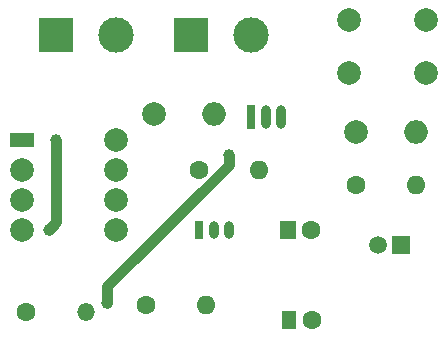
<source format=gtl>
G04 #@! TF.GenerationSoftware,KiCad,Pcbnew,(5.1.2)-2*
G04 #@! TF.CreationDate,2019-08-24T13:29:16+07:00*
G04 #@! TF.ProjectId,siren_sound,73697265-6e5f-4736-9f75-6e642e6b6963,rev?*
G04 #@! TF.SameCoordinates,Original*
G04 #@! TF.FileFunction,Copper,L1,Top*
G04 #@! TF.FilePolarity,Positive*
%FSLAX46Y46*%
G04 Gerber Fmt 4.6, Leading zero omitted, Abs format (unit mm)*
G04 Created by KiCad (PCBNEW (5.1.2)-2) date 2019-08-24 13:29:16*
%MOMM*%
%LPD*%
G04 APERTURE LIST*
%ADD10R,3.000000X3.000000*%
%ADD11C,3.000000*%
%ADD12R,0.800000X2.000000*%
%ADD13O,0.800000X2.000000*%
%ADD14C,2.000000*%
%ADD15O,2.000000X2.000000*%
%ADD16R,2.000000X1.268000*%
%ADD17C,1.500000*%
%ADD18R,1.600000X1.600000*%
%ADD19R,1.400000X1.600000*%
%ADD20C,1.600000*%
%ADD21R,1.300000X1.600000*%
%ADD22R,0.800000X1.500000*%
%ADD23O,0.800000X1.500000*%
%ADD24O,1.600000X1.600000*%
%ADD25O,1.500000X1.500000*%
%ADD26C,1.000000*%
%ADD27C,0.900000*%
G04 APERTURE END LIST*
D10*
X55245000Y-85090000D03*
D11*
X60325000Y-85090000D03*
X71755000Y-85090000D03*
D10*
X66675000Y-85090000D03*
D12*
X71755000Y-92075000D03*
D13*
X74295000Y-92075000D03*
X73025000Y-92075000D03*
D14*
X80645000Y-93345000D03*
D15*
X85725000Y-93345000D03*
D14*
X63500000Y-91795001D03*
D15*
X68580000Y-91795001D03*
D14*
X86510000Y-83820000D03*
X86510000Y-88320000D03*
X80010000Y-83820000D03*
X80010000Y-88320000D03*
X60325000Y-93980000D03*
X60325000Y-96520000D03*
X60325000Y-99060000D03*
X60325000Y-101600000D03*
D16*
X52385000Y-93980000D03*
D14*
X52385000Y-96520000D03*
X52385000Y-99060000D03*
X52385000Y-101600000D03*
D17*
X82455000Y-102870000D03*
D18*
X84455000Y-102870000D03*
D19*
X74835000Y-101600000D03*
D20*
X76835000Y-101600000D03*
X76930000Y-109220000D03*
D21*
X74930000Y-109220000D03*
D22*
X67310000Y-101600000D03*
D23*
X69850000Y-101600000D03*
X68580000Y-101600000D03*
D20*
X80645000Y-97790000D03*
D24*
X85725000Y-97790000D03*
X72390000Y-96520000D03*
D20*
X67310000Y-96520000D03*
X62865000Y-107950000D03*
D24*
X67945000Y-107950000D03*
D25*
X57785000Y-108585000D03*
D20*
X52705000Y-108585000D03*
D26*
X55245000Y-93980000D03*
X54610000Y-101600000D03*
X69850000Y-95250000D03*
X59575001Y-107835001D03*
D27*
X55245000Y-93980000D02*
X55245000Y-93980000D01*
X55245000Y-100965000D02*
X54610000Y-101600000D01*
X55245000Y-93980000D02*
X55245000Y-100965000D01*
X54610000Y-101600000D02*
X54610000Y-101600000D01*
X59575001Y-106401001D02*
X69850000Y-96126002D01*
X59575001Y-107835001D02*
X59575001Y-107835001D01*
X69850000Y-96126002D02*
X69850000Y-95250000D01*
X69850000Y-95250000D02*
X69850000Y-95250000D01*
X59575001Y-107835001D02*
X59575001Y-106401001D01*
M02*

</source>
